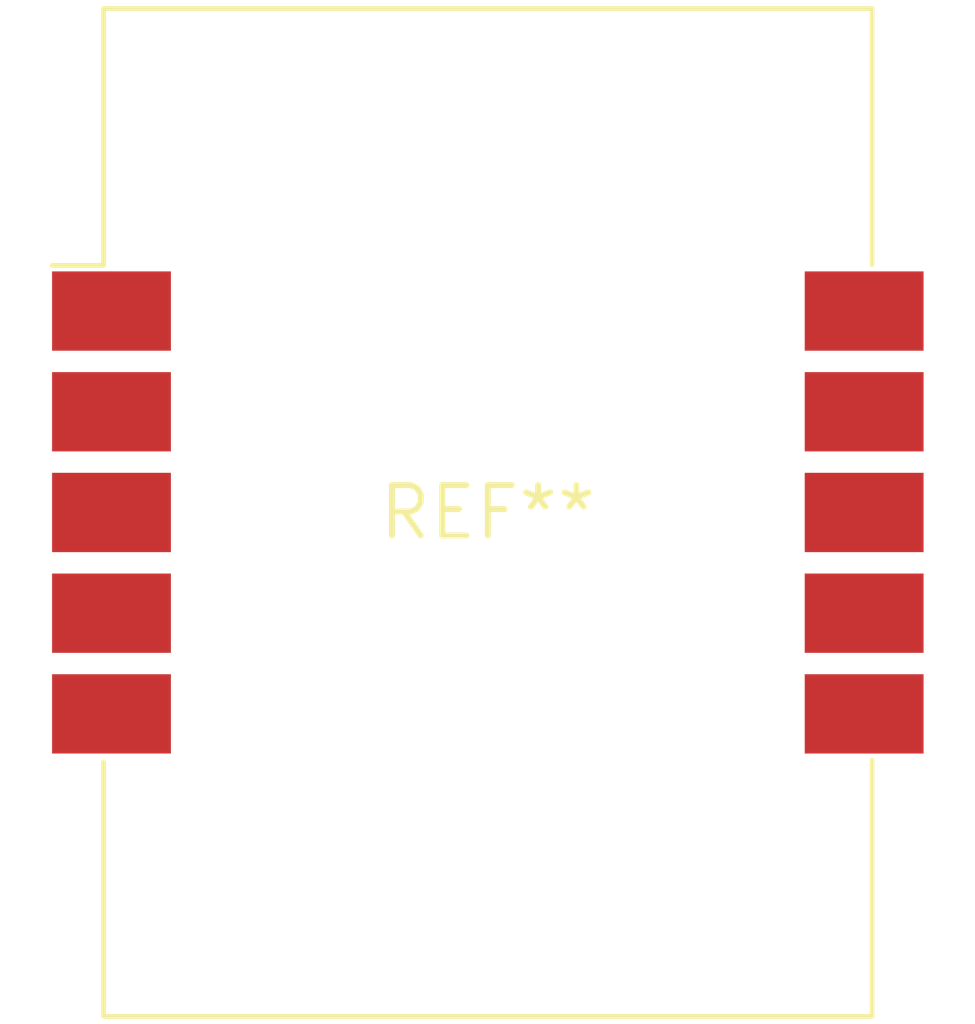
<source format=kicad_pcb>
(kicad_pcb (version 20240108) (generator pcbnew)
  (layers (0 "F.Cu" signal) (31 "B.Cu" signal) (34 "B.Paste" user) (35 "F.Paste" user) (36 "B.SilkS" user "B.Silkscreen") (37 "F.SilkS" user "F.Silkscreen") (38 "B.Mask" user) (39 "F.Mask" user) (44 "Edge.Cuts" user))
  (net 0 "")
  (footprint "HDSM-541B_HDSM-543B" (layer "F.Cu") (at 0 0)
    (property "Reference" "REF**")
    (property "Value" "HDSM-541B_HDSM-543B")
    (fp_line (start -11 -6.23) (end -9.7 -6.23) (layer "F.SilkS") (stroke (width 0.12)))
    (fp_line (start -9.7 -12.71) (end 9.7 -12.71) (layer "F.SilkS") (stroke (width 0.12)))
    (fp_line (start -9.7 -6.23) (end -9.7 -12.71) (layer "F.SilkS") (stroke (width 0.12)))
    (fp_line (start -9.7 6.3) (end -9.7 12.71) (layer "F.SilkS") (stroke (width 0.12)))
    (fp_line (start -9.7 12.71) (end 9.7 12.71) (layer "F.SilkS") (stroke (width 0.12)))
    (fp_line (start 9.7 -6.25) (end 9.7 -12.71) (layer "F.SilkS") (stroke (width 0.12)))
    (fp_line (start 9.7 6.25) (end 9.7 12.71) (layer "F.SilkS") (stroke (width 0.12)))
    (pad "1" smd rect (at -9.5 -5.08) (size 3 2) (layers "F.Cu" "F.Paste" "F.Mask"))
    (pad "2" smd rect (at -9.5 -2.54) (size 3 2) (layers "F.Cu" "F.Paste" "F.Mask"))
    (pad "3" smd rect (at -9.5 0) (size 3 2) (layers "F.Cu" "F.Paste" "F.Mask"))
    (pad "4" smd rect (at -9.5 2.54) (size 3 2) (layers "F.Cu" "F.Paste" "F.Mask"))
    (pad "5" smd rect (at -9.5 5.08) (size 3 2) (layers "F.Cu" "F.Paste" "F.Mask"))
    (pad "6" smd rect (at 9.5 5.08) (size 3 2) (layers "F.Cu" "F.Paste" "F.Mask"))
    (pad "7" smd rect (at 9.5 2.54) (size 3 2) (layers "F.Cu" "F.Paste" "F.Mask"))
    (pad "8" smd rect (at 9.5 0) (size 3 2) (layers "F.Cu" "F.Paste" "F.Mask"))
    (pad "9" smd rect (at 9.5 -2.54) (size 3 2) (layers "F.Cu" "F.Paste" "F.Mask"))
    (pad "10" smd rect (at 9.5 -5.08) (size 3 2) (layers "F.Cu" "F.Paste" "F.Mask"))
  )
)
</source>
